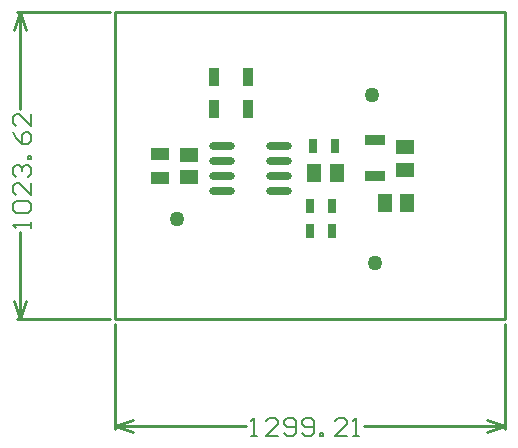
<source format=gbp>
G04*
G04 #@! TF.GenerationSoftware,Altium Limited,CircuitStudio,1.5.2 (1.5.2.30)*
G04*
G04 Layer_Color=16770453*
%FSLAX44Y44*%
%MOMM*%
G71*
G01*
G75*
%ADD12C,0.2540*%
%ADD13C,0.1524*%
%ADD17C,1.2700*%
%ADD18O,2.2000X0.6000*%
%ADD19R,0.7000X1.3000*%
%ADD20R,0.9000X1.6000*%
%ADD21R,1.7020X0.9140*%
%ADD22R,1.6000X1.3000*%
%ADD23R,1.3000X1.6000*%
%ADD24R,1.5240X1.0000*%
D12*
X670000Y167460D02*
Y256190D01*
X340000Y167460D02*
Y256190D01*
X550705Y170000D02*
X670000D01*
X340000D02*
X451167D01*
X654760Y175080D02*
X670000Y170000D01*
X654760Y164920D02*
X670000Y170000D01*
X340000D02*
X355240Y164920D01*
X340000Y170000D02*
X355240Y175080D01*
X257460Y260000D02*
X336190D01*
X257460Y520000D02*
X336190D01*
X260000Y260000D02*
Y333628D01*
Y438244D02*
Y520000D01*
Y260000D02*
X265080Y275240D01*
X254920D02*
X260000Y260000D01*
X254920Y504760D02*
X260000Y520000D01*
X265080Y504760D01*
X340000Y260000D02*
Y520000D01*
X670000D01*
Y260000D02*
Y520000D01*
X340000Y260000D02*
X670000D01*
D13*
X455231Y160858D02*
X460309D01*
X457770D01*
Y176094D01*
X455231Y173554D01*
X478083Y160858D02*
X467927D01*
X478083Y171015D01*
Y173554D01*
X475544Y176094D01*
X470466D01*
X467927Y173554D01*
X483162Y163398D02*
X485701Y160858D01*
X490779D01*
X493318Y163398D01*
Y173554D01*
X490779Y176094D01*
X485701D01*
X483162Y173554D01*
Y171015D01*
X485701Y168476D01*
X493318D01*
X498397Y163398D02*
X500936Y160858D01*
X506014D01*
X508554Y163398D01*
Y173554D01*
X506014Y176094D01*
X500936D01*
X498397Y173554D01*
Y171015D01*
X500936Y168476D01*
X508554D01*
X513632Y160858D02*
Y163398D01*
X516171D01*
Y160858D01*
X513632D01*
X536484D02*
X526328D01*
X536484Y171015D01*
Y173554D01*
X533945Y176094D01*
X528867D01*
X526328Y173554D01*
X541563Y160858D02*
X546641D01*
X544102D01*
Y176094D01*
X541563Y173554D01*
X269142Y337692D02*
Y342770D01*
Y340231D01*
X253906D01*
X256446Y337692D01*
Y350387D02*
X253906Y352927D01*
Y358005D01*
X256446Y360544D01*
X266602D01*
X269142Y358005D01*
Y352927D01*
X266602Y350387D01*
X256446D01*
X269142Y375779D02*
Y365623D01*
X258985Y375779D01*
X256446D01*
X253906Y373240D01*
Y368162D01*
X256446Y365623D01*
Y380858D02*
X253906Y383397D01*
Y388475D01*
X256446Y391014D01*
X258985D01*
X261524Y388475D01*
Y385936D01*
Y388475D01*
X264063Y391014D01*
X266602D01*
X269142Y388475D01*
Y383397D01*
X266602Y380858D01*
X269142Y396093D02*
X266602D01*
Y398632D01*
X269142D01*
Y396093D01*
X253906Y418945D02*
X256446Y413867D01*
X261524Y408789D01*
X266602D01*
X269142Y411328D01*
Y416406D01*
X266602Y418945D01*
X264063D01*
X261524Y416406D01*
Y408789D01*
X269142Y434180D02*
Y424024D01*
X258985Y434180D01*
X256446D01*
X253906Y431641D01*
Y426563D01*
X256446Y424024D01*
D17*
X557500Y450000D02*
D03*
X560000Y307500D02*
D03*
X392500Y345000D02*
D03*
D18*
X430660Y368300D02*
D03*
Y381000D02*
D03*
Y393700D02*
D03*
Y406400D02*
D03*
X478660Y368300D02*
D03*
Y381000D02*
D03*
Y393700D02*
D03*
Y406400D02*
D03*
D19*
X524000Y356000D02*
D03*
X505000D02*
D03*
X523850Y335110D02*
D03*
X504850D02*
D03*
X507390Y406400D02*
D03*
X526390D02*
D03*
D20*
X452650Y464820D02*
D03*
X423650D02*
D03*
X452650Y438150D02*
D03*
X423650D02*
D03*
D21*
X560070Y411460D02*
D03*
Y381020D02*
D03*
D22*
X585470Y405740D02*
D03*
Y386740D02*
D03*
X402590Y399390D02*
D03*
Y380390D02*
D03*
D23*
X568350Y358140D02*
D03*
X587350D02*
D03*
X527660Y383540D02*
D03*
X508660D02*
D03*
D24*
X378460Y400050D02*
D03*
Y379730D02*
D03*
M02*

</source>
